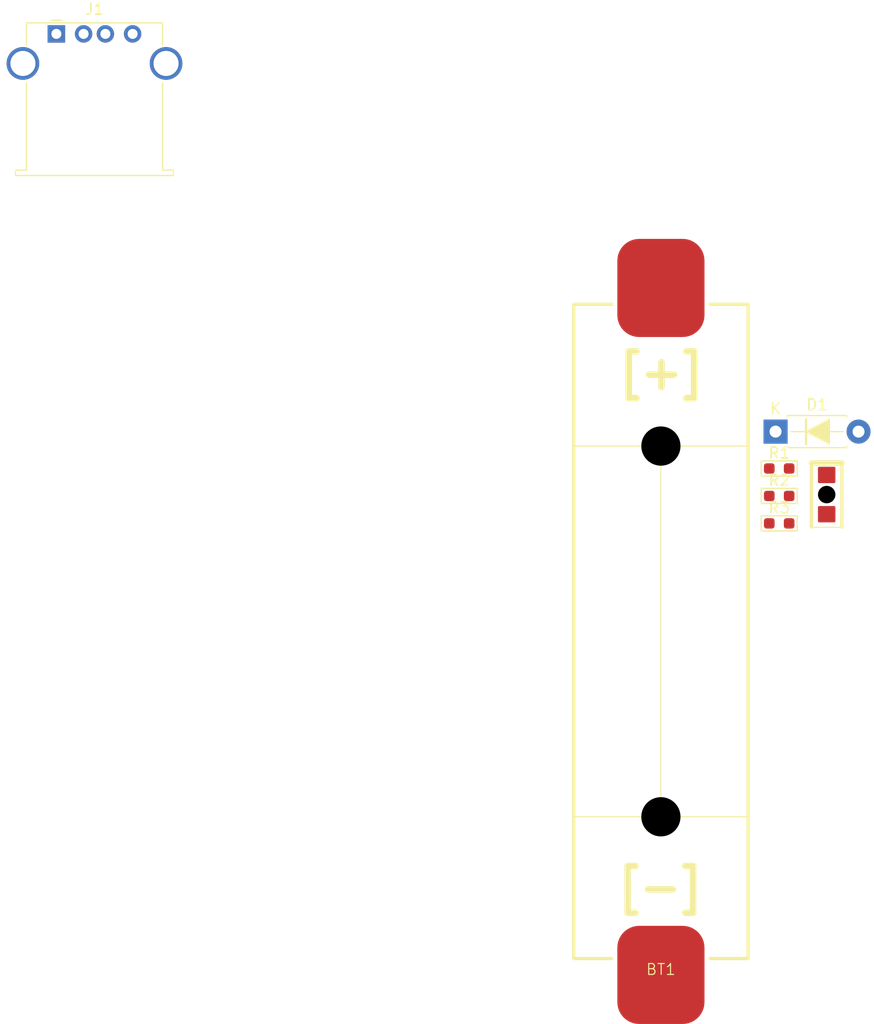
<source format=kicad_pcb>
(kicad_pcb (version 20240108) (generator "pcbnew") (generator_version "8.0")
  (layers (0 "F.Cu" signal) (31 "B.Cu" signal) (34 "B.Paste" user) (35 "F.Paste" user) (36 "B.SilkS" user "B.Silkscreen") (37 "F.SilkS" user "F.Silkscreen") (38 "B.Mask" user) (39 "F.Mask" user) (44 "Edge.Cuts" user))
  (net 0 "")
  (net 1 "GND")
  (net 2 "Net-(BT1-+)")
  (net 3 "Net-(D1-K)")
  (net 4 "+5V")
  (net 5 "Net-(D2-K)")
  (net 8 "Net-(J1-Shield)")
  (footprint "Special_Local:KPTR-3216SGC" (layer "F.Cu") (at 149.82 83.95)
    (property "Reference" "D2" (hide yes))
    (property "Value" "LED")
    (fp_line (start -1.4 -4.7) (end 1.4 -4.7) (stroke (width 0.5)) (layer "F.SilkS"))
    (fp_line (start -1.4 1.2) (end -1.4 -4.5) (stroke (width 0.3)) (layer "F.SilkS"))
    (fp_line (start -1.4 1.2) (end 1.4 1.2) (stroke (width 0.1)) (layer "F.SilkS"))
    (fp_line (start 1.4 -4.5) (end 1.4 1.2) (stroke (width 0.3)) (layer "F.SilkS"))
    (pad "" np_thru_hole roundrect (at 0 -1.8) (size 1.6 1.5) (drill 2.4) (layers "*.Mask") (roundrect_rratio 0.08))
    (pad "1" smd roundrect (at 0 0) (size 1.6 1.5) (layers "F.Cu" "F.Paste" "F.Mask") (roundrect_rratio 0.08) (net 5 "Net-(D2-K)"))
    (pad "2" smd roundrect (at 0 -3.6) (size 1.6 1.5) (layers "F.Cu" "F.Paste" "F.Mask") (roundrect_rratio 0.08) (net 3 "Net-(D1-K)"))
  )
  (footprint "PCM_Resistor_SMD_AKL:R_0603_1608Metric_Pad0.98x0.95mm_HandSolder" (layer "F.Cu") (at 145.461 84.7925)
    (property "Reference" "R3" (at 0 -1.43 0) (layer "F.SilkS"))
    (property "Value" "0R")
    (fp_line (start -1.651 -0.6985) (end -1.651 0.6985) (stroke (width 0.12)) (layer "F.SilkS"))
    (fp_line (start -1.651 0.6985) (end 1.651 0.6985) (stroke (width 0.12)) (layer "F.SilkS"))
    (fp_line (start 1.651 -0.6985) (end -1.651 -0.6985) (stroke (width 0.12)) (layer "F.SilkS"))
    (fp_line (start 1.651 0.6985) (end 1.651 -0.6985) (stroke (width 0.12)) (layer "F.SilkS"))
    (pad "1" smd roundrect (at -0.9125 0) (size 0.975 0.95) (layers "F.Cu" "F.Paste" "F.Mask") (net 8 "Net-(J1-Shield)"))
    (pad "2" smd roundrect (at 0.9125 0) (size 0.975 0.95) (layers "F.Cu" "F.Paste" "F.Mask") (net 1 "GND"))
  )
  (footprint "Connector_USB:USB_A_Stewart_SS-52100-001_Horizontal" (layer "F.Cu") (at 79.1 39.9)
    (property "Reference" "J1" (at 3.5 -2.26 0) (layer "F.SilkS"))
    (property "Value" "USB_A")
    (fp_line (start -3.75 12.49) (end -3.75 12.99) (stroke (width 0.12)) (layer "F.SilkS"))
    (fp_line (start -3.75 12.99) (end 10.75 12.99) (stroke (width 0.12)) (layer "F.SilkS"))
    (fp_line (start -2.75 -1.01) (end -2.75 0.99) (stroke (width 0.12)) (layer "F.SilkS"))
    (fp_line (start -2.75 4.49) (end -2.75 12.49) (stroke (width 0.12)) (layer "F.SilkS"))
    (fp_line (start -2.75 12.49) (end -3.75 12.49) (stroke (width 0.12)) (layer "F.SilkS"))
    (fp_line (start -0.5 -1.26) (end 0.5 -1.26) (stroke (width 0.12)) (layer "F.SilkS"))
    (fp_line (start 9.75 -1.01) (end -2.75 -1.01) (stroke (width 0.12)) (layer "F.SilkS"))
    (fp_line (start 9.75 0.99) (end 9.75 -1.01) (stroke (width 0.12)) (layer "F.SilkS"))
    (fp_line (start 9.75 12.49) (end 9.75 4.49) (stroke (width 0.12)) (layer "F.SilkS"))
    (fp_line (start 10.75 12.49) (end 9.75 12.49) (stroke (width 0.12)) (layer "F.SilkS"))
    (fp_line (start 10.75 12.99) (end 10.75 12.49) (stroke (width 0.12)) (layer "F.SilkS"))
    (pad "1" thru_hole rect (at 0 0) (size 1.6 1.6) (drill 0.92) (layers "*.Cu" "*.Mask") (net 4 "+5V"))
    (pad "2" thru_hole circle (at 2.5 0) (size 1.6 1.6) (drill 0.92) (layers "*.Cu" "*.Mask"))
    (pad "3" thru_hole circle (at 4.5 0) (size 1.6 1.6) (drill 0.92) (layers "*.Cu" "*.Mask"))
    (pad "4" thru_hole circle (at 7 0) (size 1.6 1.6) (drill 0.92) (layers "*.Cu" "*.Mask") (net 1 "GND"))
    (pad "5" thru_hole circle (at -3.07 2.71) (size 3 3) (drill 2.3) (layers "*.Cu" "*.Mask") (net 8 "Net-(J1-Shield)"))
    (pad "5" thru_hole circle (at 10.07 2.71) (size 3 3) (drill 2.3) (layers "*.Cu" "*.Mask") (net 8 "Net-(J1-Shield)"))
  )
  (footprint "PCM_Resistor_SMD_AKL:R_0603_1608Metric_Pad0.98x0.95mm_HandSolder" (layer "F.Cu") (at 145.461 82.2755)
    (property "Reference" "R2" (at 0 -1.43 0) (layer "F.SilkS"))
    (property "Value" "120R")
    (fp_line (start -1.651 -0.6985) (end -1.651 0.6985) (stroke (width 0.12)) (layer "F.SilkS"))
    (fp_line (start -1.651 0.6985) (end 1.651 0.6985) (stroke (width 0.12)) (layer "F.SilkS"))
    (fp_line (start 1.651 -0.6985) (end -1.651 -0.6985) (stroke (width 0.12)) (layer "F.SilkS"))
    (fp_line (start 1.651 0.6985) (end 1.651 -0.6985) (stroke (width 0.12)) (layer "F.SilkS"))
    (pad "1" smd roundrect (at -0.9125 0) (size 0.975 0.95) (layers "F.Cu" "F.Paste" "F.Mask") (net 5 "Net-(D2-K)"))
    (pad "2" smd roundrect (at 0.9125 0) (size 0.975 0.95) (layers "F.Cu" "F.Paste" "F.Mask") (net 2 "Net-(BT1-+)"))
  )
  (footprint "Special_Local:UM-3X1-AA" (layer "F.Cu") (at 134.6 126.2)
    (property "Reference" "BT1" (at 0 -0.5 0) (layer "F.SilkS") (effects (font (thickness 0.1))))
    (property "Value" "Battery_Cell")
    (fp_line (start -8 -61.5) (end -8 -1.5) (stroke (width 0.3)) (layer "F.SilkS"))
    (fp_line (start -8 -61.5) (end -4.5 -61.5) (stroke (width 0.3)) (layer "F.SilkS"))
    (fp_line (start -8 -1.5) (end -4.5 -1.5) (stroke (width 0.3)) (layer "F.SilkS"))
    (fp_line (start 0 -48.5) (end 0 -14.5) (stroke (width 0.1)) (layer "F.SilkS"))
    (fp_line (start 8 -61.5) (end 4.5 -61.5) (stroke (width 0.3)) (layer "F.SilkS"))
    (fp_line (start 8 -61.5) (end 8 -1.5) (stroke (width 0.3)) (layer "F.SilkS"))
    (fp_line (start 8 -48.5) (end -8 -48.5) (stroke (width 0.1)) (layer "F.SilkS"))
    (fp_line (start 8 -14.5) (end -8 -14.5) (stroke (width 0.1)) (layer "F.SilkS"))
    (fp_line (start 8 -1.5) (end 4.5 -1.5) (stroke (width 0.3)) (layer "F.SilkS"))
    (fp_text user "[+]" (at -4.2 -53.5 0) (layer "F.SilkS") (effects (font (size 3 3) (thickness 0.6) (bold yes)) (justify left bottom)))
    (fp_text user "[-]" (at -4.3 -6.3 0) (layer "F.SilkS") (effects (font (size 3 3) (thickness 0.6) (bold yes)) (justify left bottom)))
    (pad "" np_thru_hole circle (at 0 -48.5) (size 3.6 3.6) (drill 3.6) (layers "*.Mask"))
    (pad "" np_thru_hole circle (at 0 -14.5) (size 3.6 3.6) (drill 3.6) (layers "*.Mask"))
    (pad "1" smd roundrect (at 0 0) (size 8 9) (layers "F.Cu" "F.Paste" "F.Mask") (net 2 "Net-(BT1-+)"))
    (pad "2" smd roundrect (at 0 -63) (size 8 9) (layers "F.Cu" "F.Paste" "F.Mask") (net 1 "GND"))
  )
  (footprint "PCM_Diode_THT_AKL:D_DO-41_SOD81_P7.62mm_Horizontal" (layer "F.Cu") (at 145.125 76.375)
    (property "Reference" "D1" (at 3.81 -2.47 0) (layer "F.SilkS"))
    (property "Value" "1N4001" (hide yes))
    (fp_line (start 1.09 -1.47) (end 6.53 -1.47) (stroke (width 0.12)) (layer "F.SilkS"))
    (fp_line (start 1.09 -1.34) (end 1.09 -1.47) (stroke (width 0.12)) (layer "F.SilkS"))
    (fp_line (start 1.09 1.34) (end 1.09 1.47) (stroke (width 0.12)) (layer "F.SilkS"))
    (fp_line (start 1.09 1.47) (end 6.53 1.47) (stroke (width 0.12)) (layer "F.SilkS"))
    (fp_line (start 2.794 -1.143) (end 2.794 1.143) (stroke (width 0.2)) (layer "F.SilkS"))
    (fp_line (start 2.794 0) (end 1.397 0) (stroke (width 0.12)) (layer "F.SilkS"))
    (fp_line (start 4.953 0) (end 6.223 0) (stroke (width 0.12)) (layer "F.SilkS"))
    (fp_line (start 6.53 -1.47) (end 6.53 -1.34) (stroke (width 0.12)) (layer "F.SilkS"))
    (fp_line (start 6.53 1.47) (end 6.53 1.34) (stroke (width 0.12)) (layer "F.SilkS"))
    (fp_poly (pts (xy 4.953 1.143) (xy 2.794 0) (xy 4.953 -1.143)) (stroke (width 0.1)) (fill solid) (layer "F.SilkS"))
    (fp_text user "K" (at 0 -2.1 0) (layer "F.SilkS"))
    (pad "1" thru_hole rect (at 0 0) (size 2.2 2.2) (drill 1.1) (layers "*.Cu" "*.Mask") (net 3 "Net-(D1-K)"))
    (pad "2" thru_hole oval (at 7.62 0) (size 2.2 2.2) (drill 1.1) (layers "*.Cu" "*.Mask") (net 4 "+5V"))
  )
  (footprint "PCM_Resistor_SMD_AKL:R_0603_1608Metric_Pad0.98x0.95mm_HandSolder" (layer "F.Cu") (at 145.461 79.7585)
    (property "Reference" "R1" (at 0 -1.43 0) (layer "F.SilkS"))
    (property "Value" "120R")
    (fp_line (start -1.651 -0.6985) (end -1.651 0.6985) (stroke (width 0.12)) (layer "F.SilkS"))
    (fp_line (start -1.651 0.6985) (end 1.651 0.6985) (stroke (width 0.12)) (layer "F.SilkS"))
    (fp_line (start 1.651 -0.6985) (end -1.651 -0.6985) (stroke (width 0.12)) (layer "F.SilkS"))
    (fp_line (start 1.651 0.6985) (end 1.651 -0.6985) (stroke (width 0.12)) (layer "F.SilkS"))
    (pad "1" smd roundrect (at -0.9125 0) (size 0.975 0.95) (layers "F.Cu" "F.Paste" "F.Mask") (net 3 "Net-(D1-K)"))
    (pad "2" smd roundrect (at 0.9125 0) (size 0.975 0.95) (layers "F.Cu" "F.Paste" "F.Mask") (net 2 "Net-(BT1-+)"))
  )
)
</source>
